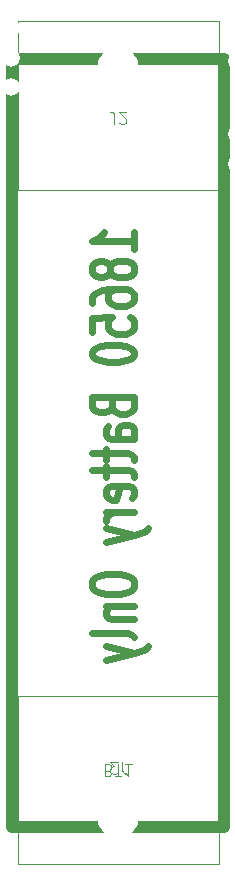
<source format=gbo>
G04 #@! TF.GenerationSoftware,KiCad,Pcbnew,7.0.2*
G04 #@! TF.CreationDate,2024-01-31T20:37:37-08:00*
G04 #@! TF.ProjectId,Lightsaber,4c696768-7473-4616-9265-722e6b696361,rev?*
G04 #@! TF.SameCoordinates,Original*
G04 #@! TF.FileFunction,Legend,Bot*
G04 #@! TF.FilePolarity,Positive*
%FSLAX46Y46*%
G04 Gerber Fmt 4.6, Leading zero omitted, Abs format (unit mm)*
G04 Created by KiCad (PCBNEW 7.0.2) date 2024-01-31 20:37:37*
%MOMM*%
%LPD*%
G01*
G04 APERTURE LIST*
%ADD10C,0.100000*%
%ADD11C,0.625000*%
%ADD12C,1.000000*%
%ADD13C,3.200000*%
%ADD14C,1.498600*%
%ADD15C,0.660400*%
%ADD16O,1.200000X2.000000*%
%ADD17O,1.200000X2.300000*%
%ADD18R,2.000000X2.000000*%
%ADD19C,3.600000*%
G04 APERTURE END LIST*
D10*
X17833333Y-192638619D02*
X17833333Y-193352904D01*
X17833333Y-193352904D02*
X17880952Y-193495761D01*
X17880952Y-193495761D02*
X17976190Y-193591000D01*
X17976190Y-193591000D02*
X18119047Y-193638619D01*
X18119047Y-193638619D02*
X18214285Y-193638619D01*
X17452380Y-192638619D02*
X16833333Y-192638619D01*
X16833333Y-192638619D02*
X17166666Y-193019571D01*
X17166666Y-193019571D02*
X17023809Y-193019571D01*
X17023809Y-193019571D02*
X16928571Y-193067190D01*
X16928571Y-193067190D02*
X16880952Y-193114809D01*
X16880952Y-193114809D02*
X16833333Y-193210047D01*
X16833333Y-193210047D02*
X16833333Y-193448142D01*
X16833333Y-193448142D02*
X16880952Y-193543380D01*
X16880952Y-193543380D02*
X16928571Y-193591000D01*
X16928571Y-193591000D02*
X17023809Y-193638619D01*
X17023809Y-193638619D02*
X17309523Y-193638619D01*
X17309523Y-193638619D02*
X17404761Y-193591000D01*
X17404761Y-193591000D02*
X17452380Y-193543380D01*
X16674285Y-193367190D02*
X16817142Y-193319571D01*
X16817142Y-193319571D02*
X16864761Y-193271952D01*
X16864761Y-193271952D02*
X16912380Y-193176714D01*
X16912380Y-193176714D02*
X16912380Y-193033857D01*
X16912380Y-193033857D02*
X16864761Y-192938619D01*
X16864761Y-192938619D02*
X16817142Y-192891000D01*
X16817142Y-192891000D02*
X16721904Y-192843380D01*
X16721904Y-192843380D02*
X16340952Y-192843380D01*
X16340952Y-192843380D02*
X16340952Y-193843380D01*
X16340952Y-193843380D02*
X16674285Y-193843380D01*
X16674285Y-193843380D02*
X16769523Y-193795761D01*
X16769523Y-193795761D02*
X16817142Y-193748142D01*
X16817142Y-193748142D02*
X16864761Y-193652904D01*
X16864761Y-193652904D02*
X16864761Y-193557666D01*
X16864761Y-193557666D02*
X16817142Y-193462428D01*
X16817142Y-193462428D02*
X16769523Y-193414809D01*
X16769523Y-193414809D02*
X16674285Y-193367190D01*
X16674285Y-193367190D02*
X16340952Y-193367190D01*
X17198095Y-193843380D02*
X17769523Y-193843380D01*
X17483809Y-192843380D02*
X17483809Y-193843380D01*
X18626666Y-192843380D02*
X18055238Y-192843380D01*
X18340952Y-192843380D02*
X18340952Y-193843380D01*
X18340952Y-193843380D02*
X18245714Y-193700523D01*
X18245714Y-193700523D02*
X18150476Y-193605285D01*
X18150476Y-193605285D02*
X18055238Y-193557666D01*
D11*
X18809667Y-149236761D02*
X18809667Y-147808190D01*
X18809667Y-148522476D02*
X15309667Y-148522476D01*
X15309667Y-148522476D02*
X15809667Y-148284380D01*
X15809667Y-148284380D02*
X16143001Y-148046285D01*
X16143001Y-148046285D02*
X16309667Y-147808190D01*
X16809667Y-150665332D02*
X16643001Y-150427237D01*
X16643001Y-150427237D02*
X16476334Y-150308190D01*
X16476334Y-150308190D02*
X16143001Y-150189142D01*
X16143001Y-150189142D02*
X15976334Y-150189142D01*
X15976334Y-150189142D02*
X15643001Y-150308190D01*
X15643001Y-150308190D02*
X15476334Y-150427237D01*
X15476334Y-150427237D02*
X15309667Y-150665332D01*
X15309667Y-150665332D02*
X15309667Y-151141523D01*
X15309667Y-151141523D02*
X15476334Y-151379618D01*
X15476334Y-151379618D02*
X15643001Y-151498666D01*
X15643001Y-151498666D02*
X15976334Y-151617713D01*
X15976334Y-151617713D02*
X16143001Y-151617713D01*
X16143001Y-151617713D02*
X16476334Y-151498666D01*
X16476334Y-151498666D02*
X16643001Y-151379618D01*
X16643001Y-151379618D02*
X16809667Y-151141523D01*
X16809667Y-151141523D02*
X16809667Y-150665332D01*
X16809667Y-150665332D02*
X16976334Y-150427237D01*
X16976334Y-150427237D02*
X17143001Y-150308190D01*
X17143001Y-150308190D02*
X17476334Y-150189142D01*
X17476334Y-150189142D02*
X18143001Y-150189142D01*
X18143001Y-150189142D02*
X18476334Y-150308190D01*
X18476334Y-150308190D02*
X18643001Y-150427237D01*
X18643001Y-150427237D02*
X18809667Y-150665332D01*
X18809667Y-150665332D02*
X18809667Y-151141523D01*
X18809667Y-151141523D02*
X18643001Y-151379618D01*
X18643001Y-151379618D02*
X18476334Y-151498666D01*
X18476334Y-151498666D02*
X18143001Y-151617713D01*
X18143001Y-151617713D02*
X17476334Y-151617713D01*
X17476334Y-151617713D02*
X17143001Y-151498666D01*
X17143001Y-151498666D02*
X16976334Y-151379618D01*
X16976334Y-151379618D02*
X16809667Y-151141523D01*
X15309667Y-153760570D02*
X15309667Y-153284380D01*
X15309667Y-153284380D02*
X15476334Y-153046284D01*
X15476334Y-153046284D02*
X15643001Y-152927237D01*
X15643001Y-152927237D02*
X16143001Y-152689142D01*
X16143001Y-152689142D02*
X16809667Y-152570094D01*
X16809667Y-152570094D02*
X18143001Y-152570094D01*
X18143001Y-152570094D02*
X18476334Y-152689142D01*
X18476334Y-152689142D02*
X18643001Y-152808189D01*
X18643001Y-152808189D02*
X18809667Y-153046284D01*
X18809667Y-153046284D02*
X18809667Y-153522475D01*
X18809667Y-153522475D02*
X18643001Y-153760570D01*
X18643001Y-153760570D02*
X18476334Y-153879618D01*
X18476334Y-153879618D02*
X18143001Y-153998665D01*
X18143001Y-153998665D02*
X17309667Y-153998665D01*
X17309667Y-153998665D02*
X16976334Y-153879618D01*
X16976334Y-153879618D02*
X16809667Y-153760570D01*
X16809667Y-153760570D02*
X16643001Y-153522475D01*
X16643001Y-153522475D02*
X16643001Y-153046284D01*
X16643001Y-153046284D02*
X16809667Y-152808189D01*
X16809667Y-152808189D02*
X16976334Y-152689142D01*
X16976334Y-152689142D02*
X17309667Y-152570094D01*
X15309667Y-156260570D02*
X15309667Y-155070094D01*
X15309667Y-155070094D02*
X16976334Y-154951046D01*
X16976334Y-154951046D02*
X16809667Y-155070094D01*
X16809667Y-155070094D02*
X16643001Y-155308189D01*
X16643001Y-155308189D02*
X16643001Y-155903427D01*
X16643001Y-155903427D02*
X16809667Y-156141522D01*
X16809667Y-156141522D02*
X16976334Y-156260570D01*
X16976334Y-156260570D02*
X17309667Y-156379617D01*
X17309667Y-156379617D02*
X18143001Y-156379617D01*
X18143001Y-156379617D02*
X18476334Y-156260570D01*
X18476334Y-156260570D02*
X18643001Y-156141522D01*
X18643001Y-156141522D02*
X18809667Y-155903427D01*
X18809667Y-155903427D02*
X18809667Y-155308189D01*
X18809667Y-155308189D02*
X18643001Y-155070094D01*
X18643001Y-155070094D02*
X18476334Y-154951046D01*
X15309667Y-157927236D02*
X15309667Y-158165331D01*
X15309667Y-158165331D02*
X15476334Y-158403427D01*
X15476334Y-158403427D02*
X15643001Y-158522474D01*
X15643001Y-158522474D02*
X15976334Y-158641522D01*
X15976334Y-158641522D02*
X16643001Y-158760569D01*
X16643001Y-158760569D02*
X17476334Y-158760569D01*
X17476334Y-158760569D02*
X18143001Y-158641522D01*
X18143001Y-158641522D02*
X18476334Y-158522474D01*
X18476334Y-158522474D02*
X18643001Y-158403427D01*
X18643001Y-158403427D02*
X18809667Y-158165331D01*
X18809667Y-158165331D02*
X18809667Y-157927236D01*
X18809667Y-157927236D02*
X18643001Y-157689141D01*
X18643001Y-157689141D02*
X18476334Y-157570093D01*
X18476334Y-157570093D02*
X18143001Y-157451046D01*
X18143001Y-157451046D02*
X17476334Y-157331998D01*
X17476334Y-157331998D02*
X16643001Y-157331998D01*
X16643001Y-157331998D02*
X15976334Y-157451046D01*
X15976334Y-157451046D02*
X15643001Y-157570093D01*
X15643001Y-157570093D02*
X15476334Y-157689141D01*
X15476334Y-157689141D02*
X15309667Y-157927236D01*
X16976334Y-162570093D02*
X17143001Y-162927236D01*
X17143001Y-162927236D02*
X17309667Y-163046283D01*
X17309667Y-163046283D02*
X17643001Y-163165331D01*
X17643001Y-163165331D02*
X18143001Y-163165331D01*
X18143001Y-163165331D02*
X18476334Y-163046283D01*
X18476334Y-163046283D02*
X18643001Y-162927236D01*
X18643001Y-162927236D02*
X18809667Y-162689141D01*
X18809667Y-162689141D02*
X18809667Y-161736760D01*
X18809667Y-161736760D02*
X15309667Y-161736760D01*
X15309667Y-161736760D02*
X15309667Y-162570093D01*
X15309667Y-162570093D02*
X15476334Y-162808188D01*
X15476334Y-162808188D02*
X15643001Y-162927236D01*
X15643001Y-162927236D02*
X15976334Y-163046283D01*
X15976334Y-163046283D02*
X16309667Y-163046283D01*
X16309667Y-163046283D02*
X16643001Y-162927236D01*
X16643001Y-162927236D02*
X16809667Y-162808188D01*
X16809667Y-162808188D02*
X16976334Y-162570093D01*
X16976334Y-162570093D02*
X16976334Y-161736760D01*
X18809667Y-165308188D02*
X16976334Y-165308188D01*
X16976334Y-165308188D02*
X16643001Y-165189141D01*
X16643001Y-165189141D02*
X16476334Y-164951045D01*
X16476334Y-164951045D02*
X16476334Y-164474855D01*
X16476334Y-164474855D02*
X16643001Y-164236760D01*
X18643001Y-165308188D02*
X18809667Y-165070093D01*
X18809667Y-165070093D02*
X18809667Y-164474855D01*
X18809667Y-164474855D02*
X18643001Y-164236760D01*
X18643001Y-164236760D02*
X18309667Y-164117712D01*
X18309667Y-164117712D02*
X17976334Y-164117712D01*
X17976334Y-164117712D02*
X17643001Y-164236760D01*
X17643001Y-164236760D02*
X17476334Y-164474855D01*
X17476334Y-164474855D02*
X17476334Y-165070093D01*
X17476334Y-165070093D02*
X17309667Y-165308188D01*
X16476334Y-166141522D02*
X16476334Y-167093903D01*
X15309667Y-166498665D02*
X18309667Y-166498665D01*
X18309667Y-166498665D02*
X18643001Y-166617712D01*
X18643001Y-166617712D02*
X18809667Y-166855807D01*
X18809667Y-166855807D02*
X18809667Y-167093903D01*
X16476334Y-167570093D02*
X16476334Y-168522474D01*
X15309667Y-167927236D02*
X18309667Y-167927236D01*
X18309667Y-167927236D02*
X18643001Y-168046283D01*
X18643001Y-168046283D02*
X18809667Y-168284378D01*
X18809667Y-168284378D02*
X18809667Y-168522474D01*
X18643001Y-170308188D02*
X18809667Y-170070092D01*
X18809667Y-170070092D02*
X18809667Y-169593902D01*
X18809667Y-169593902D02*
X18643001Y-169355807D01*
X18643001Y-169355807D02*
X18309667Y-169236759D01*
X18309667Y-169236759D02*
X16976334Y-169236759D01*
X16976334Y-169236759D02*
X16643001Y-169355807D01*
X16643001Y-169355807D02*
X16476334Y-169593902D01*
X16476334Y-169593902D02*
X16476334Y-170070092D01*
X16476334Y-170070092D02*
X16643001Y-170308188D01*
X16643001Y-170308188D02*
X16976334Y-170427235D01*
X16976334Y-170427235D02*
X17309667Y-170427235D01*
X17309667Y-170427235D02*
X17643001Y-169236759D01*
X18809667Y-171498664D02*
X16476334Y-171498664D01*
X17143001Y-171498664D02*
X16809667Y-171617711D01*
X16809667Y-171617711D02*
X16643001Y-171736759D01*
X16643001Y-171736759D02*
X16476334Y-171974854D01*
X16476334Y-171974854D02*
X16476334Y-172212949D01*
X16476334Y-172808187D02*
X18809667Y-173403425D01*
X16476334Y-173998664D02*
X18809667Y-173403425D01*
X18809667Y-173403425D02*
X19643001Y-173165330D01*
X19643001Y-173165330D02*
X19809667Y-173046283D01*
X19809667Y-173046283D02*
X19976334Y-172808187D01*
X15309667Y-177331997D02*
X15309667Y-177808188D01*
X15309667Y-177808188D02*
X15476334Y-178046283D01*
X15476334Y-178046283D02*
X15809667Y-178284378D01*
X15809667Y-178284378D02*
X16476334Y-178403426D01*
X16476334Y-178403426D02*
X17643001Y-178403426D01*
X17643001Y-178403426D02*
X18309667Y-178284378D01*
X18309667Y-178284378D02*
X18643001Y-178046283D01*
X18643001Y-178046283D02*
X18809667Y-177808188D01*
X18809667Y-177808188D02*
X18809667Y-177331997D01*
X18809667Y-177331997D02*
X18643001Y-177093902D01*
X18643001Y-177093902D02*
X18309667Y-176855807D01*
X18309667Y-176855807D02*
X17643001Y-176736759D01*
X17643001Y-176736759D02*
X16476334Y-176736759D01*
X16476334Y-176736759D02*
X15809667Y-176855807D01*
X15809667Y-176855807D02*
X15476334Y-177093902D01*
X15476334Y-177093902D02*
X15309667Y-177331997D01*
X16476334Y-179474855D02*
X18809667Y-179474855D01*
X16809667Y-179474855D02*
X16643001Y-179593902D01*
X16643001Y-179593902D02*
X16476334Y-179831997D01*
X16476334Y-179831997D02*
X16476334Y-180189140D01*
X16476334Y-180189140D02*
X16643001Y-180427236D01*
X16643001Y-180427236D02*
X16976334Y-180546283D01*
X16976334Y-180546283D02*
X18809667Y-180546283D01*
X18809667Y-182093902D02*
X18643001Y-181855807D01*
X18643001Y-181855807D02*
X18309667Y-181736760D01*
X18309667Y-181736760D02*
X15309667Y-181736760D01*
X16476334Y-182808188D02*
X18809667Y-183403426D01*
X16476334Y-183998665D02*
X18809667Y-183403426D01*
X18809667Y-183403426D02*
X19643001Y-183165331D01*
X19643001Y-183165331D02*
X19809667Y-183046284D01*
X19809667Y-183046284D02*
X19976334Y-182808188D01*
D10*
X17166666Y-138601380D02*
X17166666Y-137887095D01*
X17166666Y-137887095D02*
X17119047Y-137744238D01*
X17119047Y-137744238D02*
X17023809Y-137649000D01*
X17023809Y-137649000D02*
X16880952Y-137601380D01*
X16880952Y-137601380D02*
X16785714Y-137601380D01*
X17595238Y-138506142D02*
X17642857Y-138553761D01*
X17642857Y-138553761D02*
X17738095Y-138601380D01*
X17738095Y-138601380D02*
X17976190Y-138601380D01*
X17976190Y-138601380D02*
X18071428Y-138553761D01*
X18071428Y-138553761D02*
X18119047Y-138506142D01*
X18119047Y-138506142D02*
X18166666Y-138410904D01*
X18166666Y-138410904D02*
X18166666Y-138315666D01*
X18166666Y-138315666D02*
X18119047Y-138172809D01*
X18119047Y-138172809D02*
X17547619Y-137601380D01*
X17547619Y-137601380D02*
X18166666Y-137601380D01*
X26000000Y-187018000D02*
X9000000Y-187018000D01*
X9000000Y-187018000D02*
X9000000Y-201304000D01*
X9000000Y-201304000D02*
X26000000Y-201304000D01*
X26000000Y-201304000D02*
X26000000Y-187018000D01*
D12*
X8460000Y-198120000D02*
X26460000Y-198120000D01*
X26460000Y-198120000D02*
X26460000Y-133120000D01*
X26460000Y-133120000D02*
X8460000Y-133120000D01*
X8460000Y-133120000D02*
X8460000Y-198120000D01*
D10*
X9000000Y-144222000D02*
X26000000Y-144222000D01*
X26000000Y-144222000D02*
X26000000Y-129936000D01*
X26000000Y-129936000D02*
X9000000Y-129936000D01*
X9000000Y-129936000D02*
X9000000Y-144222000D01*
%LPC*%
D13*
X4000000Y-124000000D03*
X31000000Y-206000000D03*
D14*
X27553000Y-133274999D03*
X27553000Y-130775001D03*
X13999878Y-128946900D03*
X16500000Y-128946900D03*
X19000122Y-128946900D03*
D15*
X14610000Y-204168800D03*
X20390000Y-204168800D03*
D16*
X13179998Y-207848800D03*
X21820002Y-207848800D03*
D17*
X13179998Y-203668801D03*
X21820002Y-203668801D03*
D14*
X27553000Y-141999998D03*
X27553000Y-139500000D03*
D13*
X4066400Y-206000000D03*
X31000000Y-124000000D03*
D18*
X23800000Y-172950000D03*
D14*
X6828500Y-141725001D03*
X6828500Y-144224999D03*
X8446900Y-135500122D03*
X8446900Y-133000000D03*
X8446900Y-130499878D03*
D18*
X12800000Y-153400000D03*
D19*
X20040000Y-189620000D03*
X17500000Y-197240000D03*
X14960000Y-189620000D03*
X14960000Y-141620000D03*
X17500000Y-134000000D03*
X20040000Y-141620000D03*
%LPD*%
M02*

</source>
